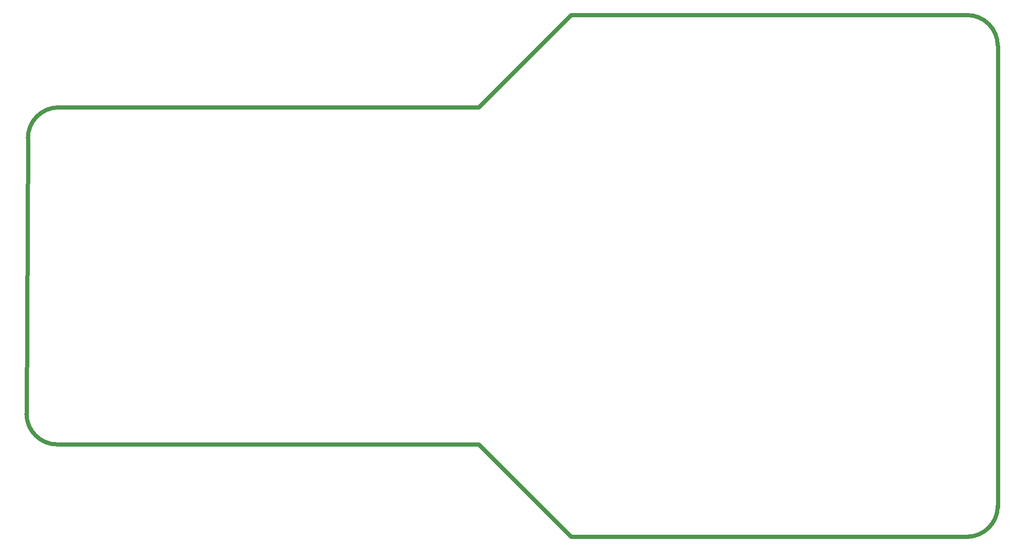
<source format=gko>
G04 Layer: BoardOutline*
G04 EasyEDA v6.4.19.5, 2021-05-27T13:51:55--3:00*
G04 d4571b5f0cad4c8e9ba745b3e698b6d2,59636247558045d2802cba280e4ac9d9,10*
G04 Gerber Generator version 0.2*
G04 Scale: 100 percent, Rotated: No, Reflected: No *
G04 Dimensions in millimeters *
G04 leading zeros omitted , absolute positions ,4 integer and 5 decimal *
%FSLAX45Y45*%
%MOMM*%

%ADD10C,0.7620*%
D10*
X16916400Y2184400D02*
G01*
X9715500Y2184400D01*
X8026400Y-5613400D02*
G01*
X9702800Y-7289800D01*
X8026400Y508000D02*
G01*
X406400Y507766D01*
X8026400Y-5613166D02*
G01*
X406400Y-5613400D01*
X16916400Y-7289800D02*
G01*
X9715500Y-7289507D01*
X8026400Y508000D02*
G01*
X9702800Y2184400D01*
X-152400Y-50800D02*
G01*
X-177800Y-5054600D01*
X17449800Y-6756400D02*
G01*
X17449800Y1625600D01*
G75*
G01*
X17449800Y1625600D02*
G03*
X16891000Y2184400I-558800J0D01*
G75*
G01*
X16891000Y-7289858D02*
G03*
X17449800Y-6731058I0J558800D01*
G75*
G01*
X-177800Y-5054600D02*
G03*
X381000Y-5613400I558800J0D01*
G75*
G01*
X406400Y507766D02*
G03*
X-152400Y-51034I0J-558800D01*

%LPD*%
M02*

</source>
